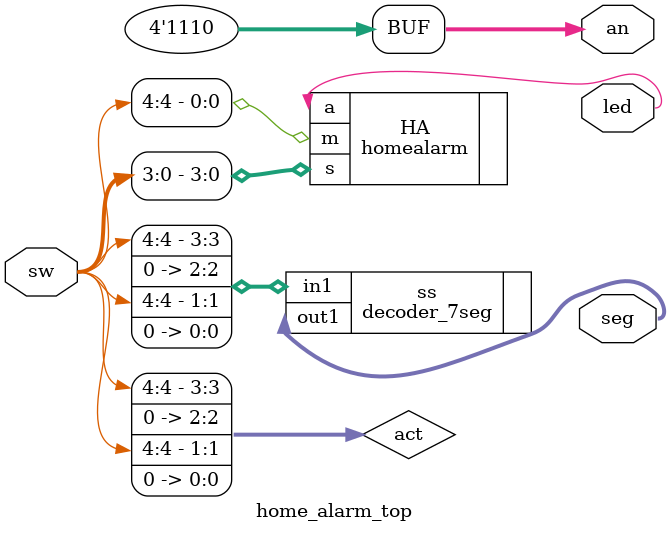
<source format=v>
module home_alarm_top(sw,led,seg,an);

input [4:0] sw;
output [0:0] led;
output [6:0] seg;
output [3:0] an;

wire [3:0] act;

assign an = 4'b1110;

assign act = {sw[4],1'b0,sw[4],1'b0};

decoder_7seg ss(.in1(act), .out1(seg));
homealarm HA(.a(led), .s(sw[3:0]), .m(sw[4]));

endmodule

</source>
